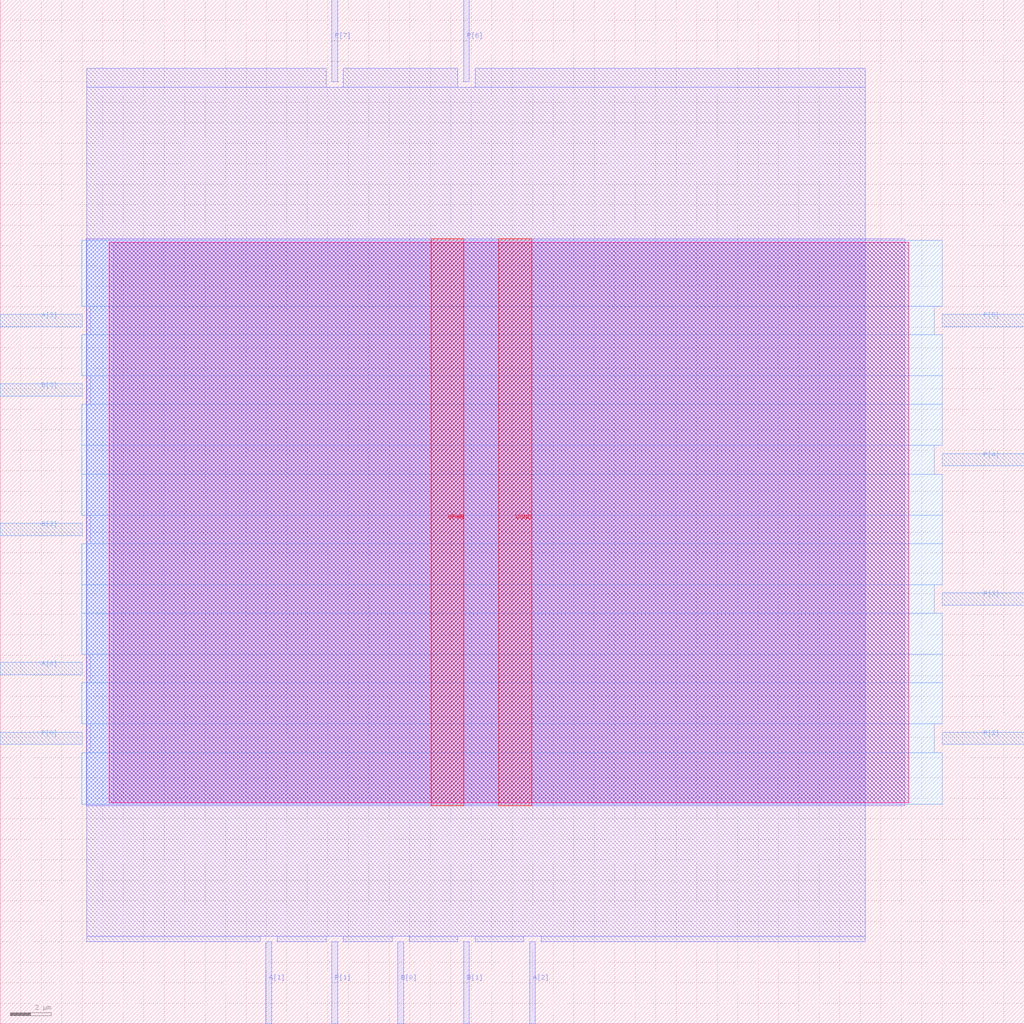
<source format=lef>
VERSION 5.7 ;
  NOWIREEXTENSIONATPIN ON ;
  DIVIDERCHAR "/" ;
  BUSBITCHARS "[]" ;
MACRO mult4_SarsaNada_e10_SARSA_RUIDO_e9_SARSA_RUIDO_e9_SARSA_RUIDO_e9
  CLASS BLOCK ;
  FOREIGN mult4_SarsaNada_e10_SARSA_RUIDO_e9_SARSA_RUIDO_e9_SARSA_RUIDO_e9 ;
  ORIGIN 0.000 0.000 ;
  SIZE 50.000 BY 50.000 ;
  PIN A[0]
    DIRECTION INPUT ;
    USE SIGNAL ;
    ANTENNAGATEAREA 0.196500 ;
    PORT
      LAYER met3 ;
        RECT 0.000 17.040 4.000 17.640 ;
    END
  END A[0]
  PIN A[1]
    DIRECTION INPUT ;
    USE SIGNAL ;
    ANTENNAGATEAREA 0.196500 ;
    PORT
      LAYER met2 ;
        RECT 12.970 0.000 13.250 4.000 ;
    END
  END A[1]
  PIN A[2]
    DIRECTION INPUT ;
    USE SIGNAL ;
    ANTENNAGATEAREA 0.126000 ;
    PORT
      LAYER met2 ;
        RECT 25.850 0.000 26.130 4.000 ;
    END
  END A[2]
  PIN A[3]
    DIRECTION INPUT ;
    USE SIGNAL ;
    ANTENNAGATEAREA 0.196500 ;
    PORT
      LAYER met3 ;
        RECT 0.000 34.040 4.000 34.640 ;
    END
  END A[3]
  PIN B[0]
    DIRECTION INPUT ;
    USE SIGNAL ;
    ANTENNAGATEAREA 0.196500 ;
    PORT
      LAYER met2 ;
        RECT 19.410 0.000 19.690 4.000 ;
    END
  END B[0]
  PIN B[1]
    DIRECTION INPUT ;
    USE SIGNAL ;
    ANTENNAGATEAREA 0.196500 ;
    PORT
      LAYER met2 ;
        RECT 22.630 0.000 22.910 4.000 ;
    END
  END B[1]
  PIN B[2]
    DIRECTION INPUT ;
    USE SIGNAL ;
    ANTENNAGATEAREA 0.196500 ;
    PORT
      LAYER met3 ;
        RECT 0.000 23.840 4.000 24.440 ;
    END
  END B[2]
  PIN B[3]
    DIRECTION INPUT ;
    USE SIGNAL ;
    ANTENNAGATEAREA 0.213000 ;
    PORT
      LAYER met3 ;
        RECT 0.000 30.640 4.000 31.240 ;
    END
  END B[3]
  PIN P[0]
    DIRECTION OUTPUT ;
    USE SIGNAL ;
    ANTENNADIFFAREA 0.445500 ;
    PORT
      LAYER met3 ;
        RECT 0.000 13.640 4.000 14.240 ;
    END
  END P[0]
  PIN P[1]
    DIRECTION OUTPUT ;
    USE SIGNAL ;
    ANTENNADIFFAREA 0.445500 ;
    PORT
      LAYER met2 ;
        RECT 16.190 0.000 16.470 4.000 ;
    END
  END P[1]
  PIN P[2]
    DIRECTION OUTPUT ;
    USE SIGNAL ;
    ANTENNADIFFAREA 0.445500 ;
    PORT
      LAYER met3 ;
        RECT 46.000 13.640 50.000 14.240 ;
    END
  END P[2]
  PIN P[3]
    DIRECTION OUTPUT ;
    USE SIGNAL ;
    ANTENNADIFFAREA 0.445500 ;
    PORT
      LAYER met3 ;
        RECT 46.000 20.440 50.000 21.040 ;
    END
  END P[3]
  PIN P[4]
    DIRECTION OUTPUT ;
    USE SIGNAL ;
    ANTENNADIFFAREA 0.445500 ;
    PORT
      LAYER met3 ;
        RECT 46.000 27.240 50.000 27.840 ;
    END
  END P[4]
  PIN P[5]
    DIRECTION OUTPUT ;
    USE SIGNAL ;
    ANTENNADIFFAREA 0.445500 ;
    PORT
      LAYER met3 ;
        RECT 46.000 34.040 50.000 34.640 ;
    END
  END P[5]
  PIN P[6]
    DIRECTION OUTPUT ;
    USE SIGNAL ;
    ANTENNADIFFAREA 0.445500 ;
    PORT
      LAYER met2 ;
        RECT 22.630 46.000 22.910 50.000 ;
    END
  END P[6]
  PIN P[7]
    DIRECTION OUTPUT ;
    USE SIGNAL ;
    ANTENNADIFFAREA 0.445500 ;
    PORT
      LAYER met2 ;
        RECT 16.190 46.000 16.470 50.000 ;
    END
  END P[7]
  PIN VGND
    DIRECTION INOUT ;
    USE GROUND ;
    PORT
      LAYER met4 ;
        RECT 24.340 10.640 25.940 38.320 ;
    END
  END VGND
  PIN VPWR
    DIRECTION INOUT ;
    USE POWER ;
    PORT
      LAYER met4 ;
        RECT 21.040 10.640 22.640 38.320 ;
    END
  END VPWR
  OBS
      LAYER nwell ;
        RECT 5.330 10.795 44.350 38.165 ;
      LAYER li1 ;
        RECT 5.520 10.795 44.160 38.165 ;
      LAYER met1 ;
        RECT 4.210 10.640 44.160 38.320 ;
      LAYER met2 ;
        RECT 4.230 45.720 15.910 46.650 ;
        RECT 16.750 45.720 22.350 46.650 ;
        RECT 23.190 45.720 42.230 46.650 ;
        RECT 4.230 4.280 42.230 45.720 ;
        RECT 4.230 4.000 12.690 4.280 ;
        RECT 13.530 4.000 15.910 4.280 ;
        RECT 16.750 4.000 19.130 4.280 ;
        RECT 19.970 4.000 22.350 4.280 ;
        RECT 23.190 4.000 25.570 4.280 ;
        RECT 26.410 4.000 42.230 4.280 ;
      LAYER met3 ;
        RECT 3.990 35.040 46.000 38.245 ;
        RECT 4.400 33.640 45.600 35.040 ;
        RECT 3.990 31.640 46.000 33.640 ;
        RECT 4.400 30.240 46.000 31.640 ;
        RECT 3.990 28.240 46.000 30.240 ;
        RECT 3.990 26.840 45.600 28.240 ;
        RECT 3.990 24.840 46.000 26.840 ;
        RECT 4.400 23.440 46.000 24.840 ;
        RECT 3.990 21.440 46.000 23.440 ;
        RECT 3.990 20.040 45.600 21.440 ;
        RECT 3.990 18.040 46.000 20.040 ;
        RECT 4.400 16.640 46.000 18.040 ;
        RECT 3.990 14.640 46.000 16.640 ;
        RECT 4.400 13.240 45.600 14.640 ;
        RECT 3.990 10.715 46.000 13.240 ;
  END
END mult4_SarsaNada_e10_SARSA_RUIDO_e9_SARSA_RUIDO_e9_SARSA_RUIDO_e9
END LIBRARY


</source>
